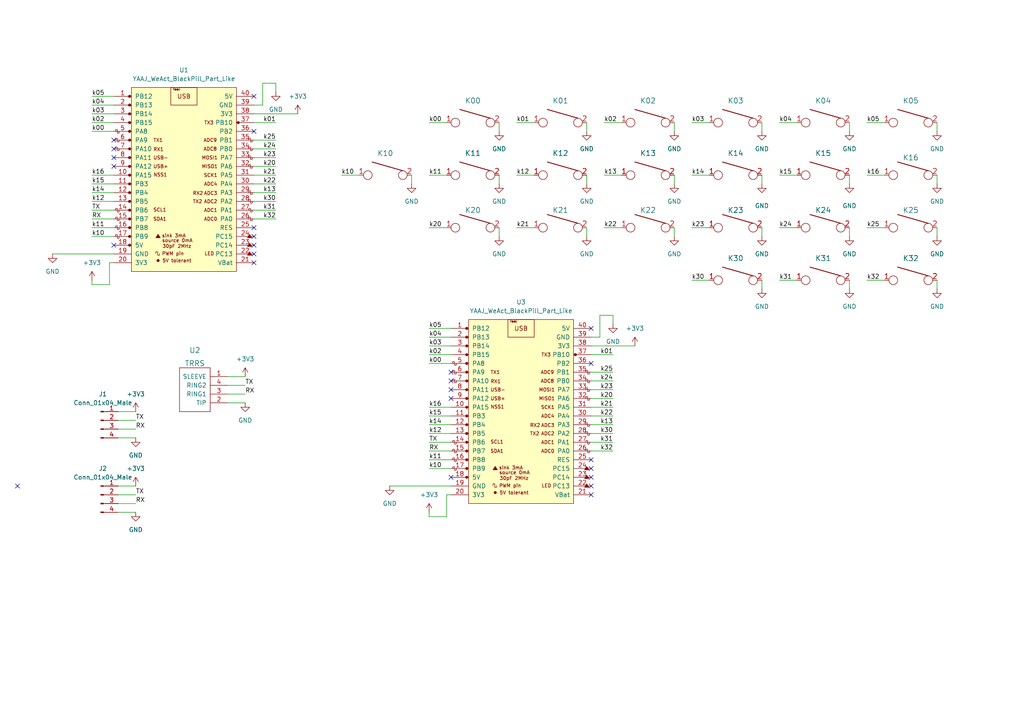
<source format=kicad_sch>
(kicad_sch (version 20211123) (generator eeschema)
  (paper "A4")
  (lib_symbols
    (symbol "Connector:Conn_01x04_Male" (pin_names (offset 1.016) hide)
      (property "Reference" "J" (at 0 5.08 0))
      (property "Value" "Conn_01x04_Male" (at 0 -7.62 0))
      (symbol "Conn_01x04_Male_1_1"
        (polyline (pts (xy 1.27 -5.08) (xy 0.8636 -5.08)) (stroke (width 0.1524)))
        (polyline (pts (xy 1.27 -2.54) (xy 0.8636 -2.54)) (stroke (width 0.1524)))
        (polyline (pts (xy 1.27 0) (xy 0.8636 0)) (stroke (width 0.1524)))
        (polyline (pts (xy 1.27 2.54) (xy 0.8636 2.54)) (stroke (width 0.1524)))
        (rectangle (start 0.8636 -4.953) (end 0 -5.207) (stroke (width 0.1524)) (fill (type outline)))
        (rectangle (start 0.8636 -2.413) (end 0 -2.667) (stroke (width 0.1524)) (fill (type outline)))
        (rectangle (start 0.8636 0.127) (end 0 -0.127) (stroke (width 0.1524)) (fill (type outline)))
        (rectangle (start 0.8636 2.667) (end 0 2.413) (stroke (width 0.1524)) (fill (type outline)))
        (pin passive line (at 5.08 2.54 180) (length 3.81) (name "Pin_1") (number "1"))
        (pin passive line (at 5.08 0 180) (length 3.81) (name "Pin_2") (number "2"))
        (pin passive line (at 5.08 -2.54 180) (length 3.81) (name "Pin_3") (number "3"))
        (pin passive line (at 5.08 -5.08 180) (length 3.81) (name "Pin_4") (number "4"))
      )
    )
    (symbol "YAAJ_WeAct_BlackPill_Part_Like:YAAJ_WeAct_BlackPill_Part_Like" (pin_names (offset 1.016))
      (property "Reference" "U" (at -12.7 27.94 0))
      (property "Value" "YAAJ_WeAct_BlackPill_Part_Like" (at 0 2.54 90))
      (symbol "YAAJ_WeAct_BlackPill_Part_Like_0_0"
        (circle (center -15.748 -20.32) (radius 0.3556) (fill (type outline)))
        (circle (center -15.748 -17.78) (radius 0.3556) (fill (type outline)))
        (circle (center -15.748 -15.24) (radius 0.3556) (fill (type outline)))
        (circle (center -15.748 -12.7) (radius 0.3556) (fill (type outline)))
        (circle (center -15.748 -10.16) (radius 0.3556) (fill (type outline)))
        (circle (center -15.748 -7.62) (radius 0.3556) (fill (type outline)))
        (circle (center -15.748 -5.08) (radius 0.3556) (fill (type outline)))
        (circle (center -15.748 -2.54) (radius 0.3556) (fill (type outline)))
        (circle (center -15.748 0) (radius 0.3556) (fill (type outline)))
        (circle (center -15.748 2.54) (radius 0.3556) (fill (type outline)))
        (circle (center -15.748 5.08) (radius 0.3556) (fill (type outline)))
        (circle (center -15.748 7.62) (radius 0.3556) (fill (type outline)))
        (circle (center -15.748 10.16) (radius 0.3556) (fill (type outline)))
        (circle (center -15.748 12.7) (radius 0.3556) (fill (type outline)))
        (circle (center -15.748 15.24) (radius 0.3556) (fill (type outline)))
        (circle (center -15.748 17.78) (radius 0.3556) (fill (type outline)))
        (circle (center -15.748 22.86) (radius 0.3556) (fill (type outline)))
        (circle (center -7.493 -24.765) (radius 0.127) (fill (type outline)))
        (circle (center -7.493 -24.765) (radius 0.254))
        (circle (center -7.493 -24.765) (radius 0.3556))
        (polyline (pts (xy -8.128 -18.161) (xy -7.493 -17.145) (xy -6.858 -18.161) (xy -8.128 -18.161) (xy -7.493 -17.272) (xy -6.985 -18.161) (xy -8.001 -18.034) (xy -7.493 -17.399) (xy -7.112 -18.161) (xy -7.874 -17.907) (xy -7.366 -17.526) (xy -7.239 -18.161) (xy -7.747 -17.78) (xy -7.239 -17.653) (xy -7.366 -18.034) (xy -7.62 -17.78) (xy -7.366 -17.907) (xy -7.493 -17.653)))
        (polyline (pts (xy 18.415 -23.241) (xy 19.05 -22.225) (xy 19.685 -23.241) (xy 18.415 -23.241) (xy 19.05 -22.352) (xy 19.558 -23.241) (xy 18.542 -23.114) (xy 19.05 -22.479) (xy 19.431 -23.241) (xy 18.669 -22.987) (xy 19.177 -22.606) (xy 19.304 -23.241) (xy 18.796 -22.86) (xy 19.304 -22.733) (xy 19.177 -23.114) (xy 18.923 -22.86) (xy 19.177 -22.987) (xy 19.05 -22.733)))
        (polyline (pts (xy 18.415 -20.701) (xy 19.05 -19.685) (xy 19.685 -20.701) (xy 18.415 -20.701) (xy 19.05 -19.812) (xy 19.558 -20.701) (xy 18.542 -20.574) (xy 19.05 -19.939) (xy 19.431 -20.701) (xy 18.669 -20.447) (xy 19.177 -20.066) (xy 19.304 -20.701) (xy 18.796 -20.32) (xy 19.304 -20.193) (xy 19.177 -20.574) (xy 18.923 -20.32) (xy 19.177 -20.447) (xy 19.05 -20.193)))
        (polyline (pts (xy 18.415 -18.161) (xy 19.05 -17.145) (xy 19.685 -18.161) (xy 18.415 -18.161) (xy 19.05 -17.272) (xy 19.558 -18.161) (xy 18.542 -18.034) (xy 19.05 -17.399) (xy 19.431 -18.161) (xy 18.669 -17.907) (xy 19.177 -17.526) (xy 19.304 -18.161) (xy 18.796 -17.78) (xy 19.304 -17.653) (xy 19.177 -18.034) (xy 18.923 -17.78) (xy 19.177 -17.907) (xy 19.05 -17.653)))
        (circle (center 15.748 15.24) (radius 0.254) (fill (type outline)))
        (circle (center 15.748 15.24) (radius 0.3556))
        (text "30pF 2MHz" (at -2.032 -20.574 0) (effects (font (size 0.9906 0.9906))))
        (text "5V tolerant" (at -2.032 -24.765 0) (effects (font (size 0.9906 0.9906))))
        (text "ADC0" (at 7.747 -12.7 0) (effects (font (size 0.9906 0.9906))))
        (text "ADC1" (at 7.747 -10.16 0) (effects (font (size 0.9906 0.9906))))
        (text "ADC2" (at 7.747 -7.62 0) (effects (font (size 0.9906 0.9906))))
        (text "ADC3" (at 7.747 -5.207 0) (effects (font (size 0.9906 0.9906))))
        (text "ADC4" (at 7.747 -2.54 0) (effects (font (size 0.9906 0.9906))))
        (text "ADC8" (at 7.62 7.62 0) (effects (font (size 0.9906 0.9906))))
        (text "ADC9" (at 7.62 10.16 0) (effects (font (size 0.9906 0.9906))))
        (text "LED" (at 7.366 -22.733 0) (effects (font (size 0.9906 0.9906))))
        (text "MISO1" (at 7.493 2.54 0) (effects (font (size 0.9906 0.9906))))
        (text "MOSI1" (at 7.493 5.08 0) (effects (font (size 0.9906 0.9906))))
        (text "NSS1" (at -6.858 0.127 0) (effects (font (size 0.9906 0.9906))))
        (text "PWM pin" (at -3.175 -22.733 0) (effects (font (size 0.9906 0.9906))))
        (text "RX1" (at -7.366 7.493 0) (effects (font (size 0.9906 0.9906))))
        (text "RX2" (at 4.064 -5.207 0) (effects (font (size 0.9906 0.9906))))
        (text "SCK1" (at 7.747 0 0) (effects (font (size 0.9906 0.9906))))
        (text "SCL1" (at -6.985 -10.033 0) (effects (font (size 0.9906 0.9906))))
        (text "SDA1" (at -6.985 -12.7 0) (effects (font (size 0.9906 0.9906))))
        (text "sink 3mA" (at -2.921 -17.526 0) (effects (font (size 0.9906 0.9906))))
        (text "source 0mA" (at -1.905 -18.923 0) (effects (font (size 0.9906 0.9906))))
        (text "TX1" (at -7.493 10.16 0) (effects (font (size 0.9906 0.9906))))
        (text "TX2" (at 3.937 -7.62 0) (effects (font (size 0.9906 0.9906))))
        (text "TX3" (at 7.239 15.24 0) (effects (font (size 0.9906 0.9906))))
        (text "USB" (at 0 22.86 0) (effects (font (size 1.27 1.27))))
        (text "USB+" (at -6.731 2.54 0) (effects (font (size 0.9906 0.9906))))
        (text "USB-" (at -6.731 5.08 0) (effects (font (size 0.9906 0.9906))))
        (text "Y@@J" (at -2.159 24.892 0) (effects (font (size 0.508 0.508))))
      )
      (symbol "YAAJ_WeAct_BlackPill_Part_Like_0_1"
        (rectangle (start -15.24 25.4) (end 15.24 -27.94) (fill (type background)))
        (polyline (pts (xy -18.796 -17.78) (xy -18.796 -18.288) (xy -19.304 -18.288) (xy -19.304 -17.272) (xy -19.812 -17.272) (xy -19.812 -17.78)))
        (polyline (pts (xy -18.796 -15.24) (xy -18.796 -15.748) (xy -19.304 -15.748) (xy -19.304 -14.732) (xy -19.812 -14.732) (xy -19.812 -15.24)))
        (polyline (pts (xy -18.796 -12.7) (xy -18.796 -13.208) (xy -19.304 -13.208) (xy -19.304 -12.192) (xy -19.812 -12.192) (xy -19.812 -12.7)))
        (polyline (pts (xy -18.796 -10.16) (xy -18.796 -10.668) (xy -19.304 -10.668) (xy -19.304 -9.652) (xy -19.812 -9.652) (xy -19.812 -10.16)))
        (polyline (pts (xy -18.796 7.62) (xy -18.796 7.112) (xy -19.304 7.112) (xy -19.304 8.128) (xy -19.812 8.128) (xy -19.812 7.62)))
        (polyline (pts (xy -18.796 10.16) (xy -18.796 9.652) (xy -19.304 9.652) (xy -19.304 10.668) (xy -19.812 10.668) (xy -19.812 10.16)))
        (polyline (pts (xy -18.796 12.7) (xy -18.796 12.192) (xy -19.304 12.192) (xy -19.304 13.208) (xy -19.812 13.208) (xy -19.812 12.7)))
        (polyline (pts (xy -7.112 -22.733) (xy -7.112 -23.241) (xy -7.62 -23.241) (xy -7.62 -22.225) (xy -8.128 -22.225) (xy -8.128 -22.733)))
        (polyline (pts (xy 19.812 -12.7) (xy 19.812 -13.208) (xy 19.304 -13.208) (xy 19.304 -12.192) (xy 18.796 -12.192) (xy 18.796 -12.7)))
        (polyline (pts (xy 19.812 -10.16) (xy 19.812 -10.668) (xy 19.304 -10.668) (xy 19.304 -9.652) (xy 18.796 -9.652) (xy 18.796 -10.16)))
        (polyline (pts (xy 19.812 -7.62) (xy 19.812 -8.128) (xy 19.304 -8.128) (xy 19.304 -7.112) (xy 18.796 -7.112) (xy 18.796 -7.62)))
        (polyline (pts (xy 19.812 -5.08) (xy 19.812 -5.588) (xy 19.304 -5.588) (xy 19.304 -4.572) (xy 18.796 -4.572) (xy 18.796 -5.08)))
        (polyline (pts (xy 19.812 2.54) (xy 19.812 2.032) (xy 19.304 2.032) (xy 19.304 3.048) (xy 18.796 3.048) (xy 18.796 2.54)))
        (polyline (pts (xy 19.812 5.08) (xy 19.812 4.572) (xy 19.304 4.572) (xy 19.304 5.588) (xy 18.796 5.588) (xy 18.796 5.08)))
        (polyline (pts (xy 19.812 7.62) (xy 19.812 7.112) (xy 19.304 7.112) (xy 19.304 8.128) (xy 18.796 8.128) (xy 18.796 7.62)))
        (polyline (pts (xy 19.812 10.16) (xy 19.812 9.652) (xy 19.304 9.652) (xy 19.304 10.668) (xy 18.796 10.668) (xy 18.796 10.16)))
        (rectangle (start 3.81 25.4) (end -3.81 20.32))
      )
      (symbol "YAAJ_WeAct_BlackPill_Part_Like_1_1"
        (circle (center -15.748 20.32) (radius 0.3556) (fill (type outline)))
        (pin bidirectional line (at -20.32 22.86 0) (length 5.08) (name "PB12") (number "1"))
        (pin bidirectional line (at -20.32 0 0) (length 5.08) (name "PA15") (number "10"))
        (pin bidirectional line (at -20.32 -2.54 0) (length 5.08) (name "PB3") (number "11"))
        (pin bidirectional line (at -20.32 -5.08 0) (length 5.08) (name "PB4") (number "12"))
        (pin bidirectional line (at -20.32 -7.62 0) (length 5.08) (name "PB5") (number "13"))
        (pin bidirectional line (at -20.32 -10.16 0) (length 5.08) (name "PB6") (number "14"))
        (pin bidirectional line (at -20.32 -12.7 0) (length 5.08) (name "PB7") (number "15"))
        (pin bidirectional line (at -20.32 -15.24 0) (length 5.08) (name "PB8") (number "16"))
        (pin bidirectional line (at -20.32 -17.78 0) (length 5.08) (name "PB9") (number "17"))
        (pin power_in line (at -20.32 -20.32 0) (length 5.08) (name "5V") (number "18"))
        (pin power_in line (at -20.32 -22.86 0) (length 5.08) (name "GND") (number "19"))
        (pin bidirectional line (at -20.32 20.32 0) (length 5.08) (name "PB13") (number "2"))
        (pin power_in line (at -20.32 -25.4 0) (length 5.08) (name "3V3") (number "20"))
        (pin power_in line (at 20.32 -25.4 180) (length 5.08) (name "VBat") (number "21"))
        (pin bidirectional line (at 20.32 -22.86 180) (length 5.08) (name "PC13") (number "22"))
        (pin bidirectional line (at 20.32 -20.32 180) (length 5.08) (name "PC14") (number "23"))
        (pin bidirectional line (at 20.32 -17.78 180) (length 5.08) (name "PC15") (number "24"))
        (pin input line (at 20.32 -15.24 180) (length 5.08) (name "RES") (number "25"))
        (pin bidirectional line (at 20.32 -12.7 180) (length 5.08) (name "PA0") (number "26"))
        (pin bidirectional line (at 20.32 -10.16 180) (length 5.08) (name "PA1") (number "27"))
        (pin bidirectional line (at 20.32 -7.62 180) (length 5.08) (name "PA2") (number "28"))
        (pin bidirectional line (at 20.32 -5.08 180) (length 5.08) (name "PA3") (number "29"))
        (pin bidirectional line (at -20.32 17.78 0) (length 5.08) (name "PB14") (number "3"))
        (pin bidirectional line (at 20.32 -2.54 180) (length 5.08) (name "PA4") (number "30"))
        (pin bidirectional line (at 20.32 0 180) (length 5.08) (name "PA5") (number "31"))
        (pin bidirectional line (at 20.32 2.54 180) (length 5.08) (name "PA6") (number "32"))
        (pin bidirectional line (at 20.32 5.08 180) (length 5.08) (name "PA7") (number "33"))
        (pin bidirectional line (at 20.32 7.62 180) (length 5.08) (name "PB0") (number "34"))
        (pin bidirectional line (at 20.32 10.16 180) (length 5.08) (name "PB1") (number "35"))
        (pin bidirectional line (at 20.32 12.7 180) (length 5.08) (name "PB2") (number "36"))
        (pin bidirectional line (at 20.32 15.24 180) (length 5.08) (name "PB10") (number "37"))
        (pin power_in line (at 20.32 17.78 180) (length 5.08) (name "3V3") (number "38"))
        (pin power_in line (at 20.32 20.32 180) (length 5.08) (name "GND") (number "39"))
        (pin bidirectional line (at -20.32 15.24 0) (length 5.08) (name "PB15") (number "4"))
        (pin power_in line (at 20.32 22.86 180) (length 5.08) (name "5V") (number "40"))
        (pin bidirectional line (at -20.32 12.7 0) (length 5.08) (name "PA8") (number "5"))
        (pin bidirectional line (at -20.32 10.16 0) (length 5.08) (name "PA9") (number "6"))
        (pin bidirectional line (at -20.32 7.62 0) (length 5.08) (name "PA10") (number "7"))
        (pin bidirectional line (at -20.32 5.08 0) (length 5.08) (name "PA11") (number "8"))
        (pin bidirectional line (at -20.32 2.54 0) (length 5.08) (name "PA12") (number "9"))
      )
    )
    (symbol "keebio:TRRS" (pin_names (offset 1.016))
      (property "Reference" "U" (at 0 15.24 0))
      (property "Value" "TRRS" (at 0 -2.54 0))
      (symbol "TRRS_0_1"
        (rectangle (start -3.81 0) (end -3.81 12.7))
        (rectangle (start -3.81 12.7) (end 5.08 12.7))
        (rectangle (start 5.08 0) (end -3.81 0))
        (rectangle (start 5.08 12.7) (end 5.08 0))
      )
      (symbol "TRRS_1_1"
        (pin input line (at -8.89 2.54 0) (length 5.08) (name "SLEEVE") (number "1"))
        (pin input line (at -8.89 10.16 0) (length 5.08) (name "TIP") (number "2"))
        (pin input line (at -8.89 7.62 0) (length 5.08) (name "RING1") (number "3"))
        (pin input line (at -8.89 5.08 0) (length 5.08) (name "RING2") (number "4"))
      )
    )
    (symbol "keyboard_parts:KEYSW" (pin_names (offset 1.016))
      (property "Reference" "K?" (at -1.27 0 0))
      (symbol "KEYSW_0_1"
        (circle (center -5.08 0) (radius 1.27))
        (polyline (pts (xy -5.08 1.27) (xy 3.81 3.81)) (stroke (width 0.254)))
        (circle (center 5.08 0) (radius 1.27))
      )
      (symbol "KEYSW_1_1"
        (pin passive line (at 7.62 0 180) (length 1.27) (name "~") (number "1"))
        (pin passive line (at -7.62 0 0) (length 1.27) (name "~") (number "2"))
      )
    )
    (symbol "power:+3V3" (power) (pin_names (offset 0))
      (property "Value" "+3V3" (at 0 3.556 0))
      (symbol "+3V3_0_1"
        (polyline (pts (xy -0.762 1.27) (xy 0 2.54)))
        (polyline (pts (xy 0 0) (xy 0 2.54)))
        (polyline (pts (xy 0 2.54) (xy 0.762 1.27)))
      )
      (symbol "+3V3_1_1"
        (pin power_in line (at 0 0 90) (length 0) hide (name "+3V3") (number "1"))
      )
    )
    (symbol "power:GND" (power) (pin_names (offset 0))
      (property "Value" "GND" (at 0 -3.81 0))
      (symbol "GND_0_1"
        (polyline (pts (xy 0 0) (xy 0 -1.27) (xy 1.27 -1.27) (xy 0 -2.54) (xy -1.27 -1.27) (xy 0 -1.27)))
      )
      (symbol "GND_1_1"
        (pin power_in line (at 0 0 270) (length 0) hide (name "GND") (number "1"))
      )
    )
  )
  (no_connect (at 130.81 110.49))
  (no_connect (at 130.81 107.95))
  (no_connect (at 130.81 113.03))
  (no_connect (at 130.81 138.43))
  (no_connect (at 171.45 143.51))
  (no_connect (at 73.66 68.58))
  (no_connect (at 73.66 73.66))
  (no_connect (at 73.66 71.12))
  (no_connect (at 171.45 138.43))
  (no_connect (at 33.02 43.18))
  (no_connect (at 73.66 38.1))
  (no_connect (at 73.66 27.94))
  (no_connect (at 73.66 66.04))
  (no_connect (at 5.08 140.97))
  (no_connect (at 130.81 115.57))
  (no_connect (at 171.45 133.35))
  (no_connect (at 171.45 105.41))
  (no_connect (at 33.02 48.26))
  (no_connect (at 171.45 95.25))
  (no_connect (at 33.02 40.64))
  (no_connect (at 171.45 135.89))
  (no_connect (at 33.02 45.72))
  (no_connect (at 73.66 76.2))
  (no_connect (at 171.45 140.97))
  (no_connect (at 33.02 71.12))
  (wire (pts (xy 124.46 97.79) (xy 130.81 97.79)))
  (wire (pts (xy 124.46 123.19) (xy 130.81 123.19)))
  (wire (pts (xy 66.04 116.84) (xy 71.12 116.84)))
  (wire (pts (xy 73.66 63.5) (xy 80.01 63.5)))
  (wire (pts (xy 34.29 140.97) (xy 39.37 140.97)))
  (wire (pts (xy 99.06 50.8) (xy 104.14 50.8)))
  (wire (pts (xy 220.98 53.34) (xy 220.98 50.8)))
  (wire (pts (xy 171.45 100.33) (xy 184.15 100.33)))
  (wire (pts (xy 226.06 50.8) (xy 231.14 50.8)))
  (wire (pts (xy 15.24 73.66) (xy 33.02 73.66)))
  (wire (pts (xy 124.46 118.11) (xy 130.81 118.11)))
  (wire (pts (xy 124.46 100.33) (xy 130.81 100.33)))
  (wire (pts (xy 26.67 60.96) (xy 33.02 60.96)))
  (wire (pts (xy 171.45 107.95) (xy 177.8 107.95)))
  (wire (pts (xy 26.67 55.88) (xy 33.02 55.88)))
  (wire (pts (xy 129.54 143.51) (xy 130.81 143.51)))
  (wire (pts (xy 271.78 38.1) (xy 271.78 35.56)))
  (wire (pts (xy 119.38 53.34) (xy 119.38 50.8)))
  (wire (pts (xy 124.46 125.73) (xy 130.81 125.73)))
  (wire (pts (xy 251.46 50.8) (xy 256.54 50.8)))
  (wire (pts (xy 149.86 50.8) (xy 154.94 50.8)))
  (wire (pts (xy 271.78 53.34) (xy 271.78 50.8)))
  (wire (pts (xy 73.66 45.72) (xy 80.01 45.72)))
  (wire (pts (xy 171.45 97.79) (xy 173.99 97.79)))
  (wire (pts (xy 73.66 35.56) (xy 80.01 35.56)))
  (wire (pts (xy 124.46 133.35) (xy 130.81 133.35)))
  (wire (pts (xy 124.46 128.27) (xy 130.81 128.27)))
  (wire (pts (xy 73.66 48.26) (xy 80.01 48.26)))
  (wire (pts (xy 66.04 114.3) (xy 71.12 114.3)))
  (wire (pts (xy 34.29 121.92) (xy 39.37 121.92)))
  (wire (pts (xy 26.67 81.28) (xy 26.67 82.55)))
  (wire (pts (xy 171.45 120.65) (xy 177.8 120.65)))
  (wire (pts (xy 124.46 135.89) (xy 130.81 135.89)))
  (wire (pts (xy 73.66 43.18) (xy 80.01 43.18)))
  (wire (pts (xy 171.45 130.81) (xy 177.8 130.81)))
  (wire (pts (xy 124.46 35.56) (xy 129.54 35.56)))
  (wire (pts (xy 175.26 66.04) (xy 180.34 66.04)))
  (wire (pts (xy 200.66 81.28) (xy 205.74 81.28)))
  (wire (pts (xy 246.38 53.34) (xy 246.38 50.8)))
  (wire (pts (xy 73.66 33.02) (xy 86.36 33.02)))
  (wire (pts (xy 170.18 53.34) (xy 170.18 50.8)))
  (wire (pts (xy 124.46 148.59) (xy 124.46 149.86)))
  (wire (pts (xy 220.98 68.58) (xy 220.98 66.04)))
  (wire (pts (xy 144.78 53.34) (xy 144.78 50.8)))
  (wire (pts (xy 124.46 102.87) (xy 130.81 102.87)))
  (wire (pts (xy 175.26 35.56) (xy 180.34 35.56)))
  (wire (pts (xy 200.66 66.04) (xy 205.74 66.04)))
  (wire (pts (xy 171.45 102.87) (xy 177.8 102.87)))
  (wire (pts (xy 246.38 83.82) (xy 246.38 81.28)))
  (wire (pts (xy 73.66 60.96) (xy 80.01 60.96)))
  (wire (pts (xy 34.29 146.05) (xy 39.37 146.05)))
  (wire (pts (xy 80.01 55.88) (xy 73.66 55.88)))
  (wire (pts (xy 171.45 110.49) (xy 177.8 110.49)))
  (wire (pts (xy 33.02 38.1) (xy 26.67 38.1)))
  (wire (pts (xy 171.45 118.11) (xy 177.8 118.11)))
  (wire (pts (xy 26.67 30.48) (xy 33.02 30.48)))
  (wire (pts (xy 73.66 40.64) (xy 80.01 40.64)))
  (wire (pts (xy 220.98 83.82) (xy 220.98 81.28)))
  (wire (pts (xy 246.38 38.1) (xy 246.38 35.56)))
  (wire (pts (xy 26.67 53.34) (xy 33.02 53.34)))
  (wire (pts (xy 271.78 83.82) (xy 271.78 81.28)))
  (wire (pts (xy 76.2 24.13) (xy 80.01 24.13)))
  (wire (pts (xy 73.66 30.48) (xy 76.2 30.48)))
  (wire (pts (xy 26.67 68.58) (xy 33.02 68.58)))
  (wire (pts (xy 34.29 148.59) (xy 39.37 148.59)))
  (wire (pts (xy 149.86 66.04) (xy 154.94 66.04)))
  (wire (pts (xy 195.58 53.34) (xy 195.58 50.8)))
  (wire (pts (xy 26.67 58.42) (xy 33.02 58.42)))
  (wire (pts (xy 124.46 50.8) (xy 129.54 50.8)))
  (wire (pts (xy 34.29 127) (xy 39.37 127)))
  (wire (pts (xy 195.58 68.58) (xy 195.58 66.04)))
  (wire (pts (xy 34.29 124.46) (xy 39.37 124.46)))
  (wire (pts (xy 177.8 123.19) (xy 171.45 123.19)))
  (wire (pts (xy 173.99 91.44) (xy 177.8 91.44)))
  (wire (pts (xy 170.18 68.58) (xy 170.18 66.04)))
  (wire (pts (xy 144.78 38.1) (xy 144.78 35.56)))
  (wire (pts (xy 171.45 115.57) (xy 177.8 115.57)))
  (wire (pts (xy 26.67 50.8) (xy 33.02 50.8)))
  (wire (pts (xy 76.2 30.48) (xy 76.2 24.13)))
  (wire (pts (xy 170.18 38.1) (xy 170.18 35.56)))
  (wire (pts (xy 73.66 50.8) (xy 80.01 50.8)))
  (wire (pts (xy 34.29 119.38) (xy 39.37 119.38)))
  (wire (pts (xy 124.46 149.86) (xy 129.54 149.86)))
  (wire (pts (xy 251.46 35.56) (xy 256.54 35.56)))
  (wire (pts (xy 26.67 82.55) (xy 31.75 82.55)))
  (wire (pts (xy 66.04 109.22) (xy 71.12 109.22)))
  (wire (pts (xy 129.54 149.86) (xy 129.54 143.51)))
  (wire (pts (xy 226.06 81.28) (xy 231.14 81.28)))
  (wire (pts (xy 124.46 130.81) (xy 130.81 130.81)))
  (wire (pts (xy 26.67 27.94) (xy 33.02 27.94)))
  (wire (pts (xy 149.86 35.56) (xy 154.94 35.56)))
  (wire (pts (xy 200.66 35.56) (xy 205.74 35.56)))
  (wire (pts (xy 124.46 95.25) (xy 130.81 95.25)))
  (wire (pts (xy 200.66 50.8) (xy 205.74 50.8)))
  (wire (pts (xy 251.46 81.28) (xy 256.54 81.28)))
  (wire (pts (xy 130.81 105.41) (xy 124.46 105.41)))
  (wire (pts (xy 26.67 63.5) (xy 33.02 63.5)))
  (wire (pts (xy 26.67 33.02) (xy 33.02 33.02)))
  (wire (pts (xy 271.78 68.58) (xy 271.78 66.04)))
  (wire (pts (xy 177.8 91.44) (xy 177.8 93.98)))
  (wire (pts (xy 171.45 113.03) (xy 177.8 113.03)))
  (wire (pts (xy 175.26 50.8) (xy 180.34 50.8)))
  (wire (pts (xy 124.46 120.65) (xy 130.81 120.65)))
  (wire (pts (xy 171.45 128.27) (xy 177.8 128.27)))
  (wire (pts (xy 26.67 66.04) (xy 33.02 66.04)))
  (wire (pts (xy 226.06 35.56) (xy 231.14 35.56)))
  (wire (pts (xy 144.78 68.58) (xy 144.78 66.04)))
  (wire (pts (xy 66.04 111.76) (xy 71.12 111.76)))
  (wire (pts (xy 220.98 38.1) (xy 220.98 35.56)))
  (wire (pts (xy 31.75 82.55) (xy 31.75 76.2)))
  (wire (pts (xy 195.58 38.1) (xy 195.58 35.56)))
  (wire (pts (xy 171.45 125.73) (xy 177.8 125.73)))
  (wire (pts (xy 173.99 97.79) (xy 173.99 91.44)))
  (wire (pts (xy 73.66 58.42) (xy 80.01 58.42)))
  (wire (pts (xy 113.03 140.97) (xy 130.81 140.97)))
  (wire (pts (xy 226.06 66.04) (xy 231.14 66.04)))
  (wire (pts (xy 251.46 66.04) (xy 256.54 66.04)))
  (wire (pts (xy 34.29 143.51) (xy 39.37 143.51)))
  (wire (pts (xy 31.75 76.2) (xy 33.02 76.2)))
  (wire (pts (xy 124.46 66.04) (xy 129.54 66.04)))
  (wire (pts (xy 80.01 24.13) (xy 80.01 26.67)))
  (wire (pts (xy 26.67 35.56) (xy 33.02 35.56)))
  (wire (pts (xy 73.66 53.34) (xy 80.01 53.34)))
  (wire (pts (xy 246.38 68.58) (xy 246.38 66.04)))
  (label "k21" (at 177.8 118.11 180))
  (label "k00" (at 26.67 38.1 0))
  (label "k13" (at 80.01 55.88 180))
  (label "k15" (at 26.67 53.34 0))
  (label "k15" (at 124.46 120.65 0))
  (label "k11" (at 124.46 133.35 0))
  (label "RX" (at 39.37 124.46 0))
  (label "k31" (at 177.8 128.27 180))
  (label "k30" (at 200.66 81.28 0))
  (label "k12" (at 124.46 125.73 0))
  (label "k02" (at 124.46 102.87 0))
  (label "k14" (at 200.66 50.8 0))
  (label "k12" (at 26.67 58.42 0))
  (label "k30" (at 80.01 58.42 180))
  (label "k00" (at 124.46 105.41 0))
  (label "k02" (at 26.67 35.56 0))
  (label "k21" (at 149.86 66.04 0))
  (label "k01" (at 177.8 102.87 180))
  (label "k20" (at 80.01 48.26 180))
  (label "k25" (at 80.01 40.64 180))
  (label "k24" (at 177.8 110.49 180))
  (label "k20" (at 177.8 115.57 180))
  (label "k22" (at 175.26 66.04 0))
  (label "k11" (at 26.67 66.04 0))
  (label "k04" (at 124.46 97.79 0))
  (label "TX" (at 26.67 60.96 0))
  (label "k31" (at 226.06 81.28 0))
  (label "RX" (at 26.67 63.5 0))
  (label "k23" (at 177.8 113.03 180))
  (label "k25" (at 177.8 107.95 180))
  (label "k20" (at 124.46 66.04 0))
  (label "k01" (at 149.86 35.56 0))
  (label "k21" (at 80.01 50.8 180))
  (label "k00" (at 124.46 35.56 0))
  (label "k10" (at 124.46 135.89 0))
  (label "k03" (at 200.66 35.56 0))
  (label "k04" (at 26.67 30.48 0))
  (label "k14" (at 26.67 55.88 0))
  (label "k13" (at 177.8 123.19 180))
  (label "k05" (at 251.46 35.56 0))
  (label "k32" (at 251.46 81.28 0))
  (label "k05" (at 124.46 95.25 0))
  (label "k22" (at 80.01 53.34 180))
  (label "k12" (at 149.86 50.8 0))
  (label "k02" (at 175.26 35.56 0))
  (label "k23" (at 200.66 66.04 0))
  (label "TX" (at 39.37 121.92 0))
  (label "RX" (at 39.37 146.05 0))
  (label "k32" (at 177.8 130.81 180))
  (label "k04" (at 226.06 35.56 0))
  (label "k05" (at 26.67 27.94 0))
  (label "TX" (at 124.46 128.27 0))
  (label "k16" (at 251.46 50.8 0))
  (label "k23" (at 80.01 45.72 180))
  (label "k16" (at 26.67 50.8 0))
  (label "k13" (at 175.26 50.8 0))
  (label "k24" (at 226.06 66.04 0))
  (label "k11" (at 124.46 50.8 0))
  (label "k22" (at 177.8 120.65 180))
  (label "TX" (at 39.37 143.51 0))
  (label "k32" (at 80.01 63.5 180))
  (label "k30" (at 177.8 125.73 180))
  (label "k03" (at 26.67 33.02 0))
  (label "k03" (at 124.46 100.33 0))
  (label "RX" (at 71.12 114.3 0))
  (label "k10" (at 26.67 68.58 0))
  (label "k24" (at 80.01 43.18 180))
  (label "k16" (at 124.46 118.11 0))
  (label "k31" (at 80.01 60.96 180))
  (label "k15" (at 226.06 50.8 0))
  (label "k10" (at 99.06 50.8 0))
  (label "TX" (at 71.12 111.76 0))
  (label "RX" (at 124.46 130.81 0))
  (label "k14" (at 124.46 123.19 0))
  (label "k25" (at 251.46 66.04 0))
  (label "k01" (at 80.01 35.56 180))
  (symbol (lib_id "power:GND") (at 246.38 68.58 0) (unit 1)
    (property "Reference" "#PWR0108" (effects hide))
    (property "Value" "GND" (at 246.38 73.66 0))
  )
  (symbol (lib_id "power:+3V3") (at 184.15 100.33 0) (unit 1)
    (property "Reference" "#PWR0133" (effects hide))
    (property "Value" "+3V3" (at 184.15 95.25 0))
  )
  (symbol (lib_id "power:GND") (at 271.78 83.82 0) (unit 1)
    (property "Reference" "#PWR0112" (effects hide))
    (property "Value" "GND" (at 271.78 88.9 0))
  )
  (symbol (lib_id "power:+3V3") (at 86.36 33.02 0) (unit 1)
    (property "Reference" "#PWR0122" (effects hide))
    (property "Value" "+3V3" (at 86.36 27.94 0))
  )
  (symbol (lib_id "power:+3V3") (at 39.37 140.97 0) (unit 1)
    (property "Reference" "#PWR0131" (effects hide))
    (property "Value" "+3V3" (at 39.37 135.89 0))
  )
  (symbol (lib_id "power:GND") (at 220.98 53.34 0) (unit 1)
    (property "Reference" "#PWR0106" (effects hide))
    (property "Value" "GND" (at 220.98 59.69 0))
  )
  (symbol (lib_id "keyboard_parts:KEYSW") (at 213.36 35.56 0) (mirror y) (unit 1)
    (property "Reference" "K03" (at 213.36 29.21 0) (effects (font (size 1.524 1.524))))
    (property "Value" "KEYSW" (effects hide))
    (property "Footprint" "sat1l:MXOnly-1U-Cutout-LaserMargin-19mm" (effects hide))
  )
  (symbol (lib_id "keyboard_parts:KEYSW") (at 238.76 50.8 0) (mirror y) (unit 1)
    (property "Reference" "K15" (at 238.76 44.45 0) (effects (font (size 1.524 1.524))))
    (property "Value" "KEYSW" (effects hide))
    (property "Footprint" "sat1l:MXOnly-1U-Cutout-LaserMargin-19mm" (effects hide))
  )
  (symbol (lib_id "power:GND") (at 119.38 53.34 0) (unit 1)
    (property "Reference" "#PWR0124" (effects hide))
    (property "Value" "GND" (at 119.38 58.42 0))
  )
  (symbol (lib_id "keyboard_parts:KEYSW") (at 137.16 35.56 0) (mirror y) (unit 1)
    (property "Reference" "K00" (at 137.16 29.21 0) (effects (font (size 1.524 1.524))))
    (property "Value" "KEYSW" (effects hide))
    (property "Footprint" "sat1l:MXOnly-1U-Cutout-LaserMargin-19mm" (effects hide))
  )
  (symbol (lib_id "power:+3V3") (at 124.46 148.59 0) (unit 1)
    (property "Reference" "#PWR0135" (effects hide))
    (property "Value" "+3V3" (at 124.46 143.51 0))
  )
  (symbol (lib_id "power:GND") (at 170.18 53.34 0) (unit 1)
    (property "Reference" "#PWR0119" (effects hide))
    (property "Value" "GND" (at 170.18 58.42 0))
  )
  (symbol (lib_id "power:GND") (at 246.38 53.34 0) (unit 1)
    (property "Reference" "#PWR0114" (effects hide))
    (property "Value" "GND" (at 246.38 59.69 0))
  )
  (symbol (lib_id "power:GND") (at 144.78 38.1 0) (unit 1)
    (property "Reference" "#PWR0116" (effects hide))
    (property "Value" "GND" (at 144.78 43.18 0))
  )
  (symbol (lib_id "power:GND") (at 144.78 53.34 0) (unit 1)
    (property "Reference" "#PWR0117" (effects hide))
    (property "Value" "GND" (at 144.78 58.42 0))
  )
  (symbol (lib_id "keyboard_parts:KEYSW") (at 264.16 66.04 0) (mirror y) (unit 1)
    (property "Reference" "K25" (at 264.16 60.96 0) (effects (font (size 1.524 1.524))))
    (property "Value" "KEYSW" (effects hide))
    (property "Footprint" "sat1l:MXOnly-1U-Cutout-LaserMargin-19mm" (effects hide))
  )
  (symbol (lib_id "power:GND") (at 195.58 53.34 0) (unit 1)
    (property "Reference" "#PWR0102" (effects hide))
    (property "Value" "GND" (at 195.58 58.42 0))
  )
  (symbol (lib_id "keyboard_parts:KEYSW") (at 162.56 35.56 0) (mirror y) (unit 1)
    (property "Reference" "K01" (at 162.56 29.21 0) (effects (font (size 1.524 1.524))))
    (property "Value" "KEYSW" (effects hide))
    (property "Footprint" "sat1l:MXOnly-1U-Cutout-LaserMargin-19mm" (effects hide))
  )
  (symbol (lib_id "power:GND") (at 246.38 83.82 0) (unit 1)
    (property "Reference" "#PWR0110" (effects hide))
    (property "Value" "GND" (at 246.38 88.9 0))
  )
  (symbol (lib_id "keyboard_parts:KEYSW") (at 238.76 35.56 0) (mirror y) (unit 1)
    (property "Reference" "K04" (at 238.76 29.21 0) (effects (font (size 1.524 1.524))))
    (property "Value" "KEYSW" (effects hide))
    (property "Footprint" "sat1l:MXOnly-1U-Cutout-LaserMargin-19mm" (effects hide))
  )
  (symbol (lib_id "keyboard_parts:KEYSW") (at 162.56 66.04 0) (mirror y) (unit 1)
    (property "Reference" "K21" (at 162.56 60.96 0) (effects (font (size 1.524 1.524))))
    (property "Value" "KEYSW" (effects hide))
    (property "Footprint" "sat1l:MXOnly-1U-Cutout-LaserMargin-19mm" (effects hide))
  )
  (symbol (lib_id "keyboard_parts:KEYSW") (at 264.16 35.56 0) (mirror y) (unit 1)
    (property "Reference" "K05" (at 264.16 29.21 0) (effects (font (size 1.524 1.524))))
    (property "Value" "KEYSW" (effects hide))
    (property "Footprint" "sat1l:MXOnly-1U-Cutout-LaserMargin-19mm" (effects hide))
  )
  (symbol (lib_id "power:+3V3") (at 71.12 109.22 0) (unit 1)
    (property "Reference" "#PWR0128" (effects hide))
    (property "Value" "+3V3" (at 71.12 104.14 0))
  )
  (symbol (lib_id "keyboard_parts:KEYSW") (at 162.56 50.8 0) (mirror y) (unit 1)
    (property "Reference" "K12" (at 162.56 44.45 0) (effects (font (size 1.524 1.524))))
    (property "Value" "KEYSW" (effects hide))
    (property "Footprint" "sat1l:MXOnly-1U-Cutout-LaserMargin-19mm" (effects hide))
  )
  (symbol (lib_id "power:GND") (at 220.98 38.1 0) (unit 1)
    (property "Reference" "#PWR0107" (effects hide))
    (property "Value" "GND" (at 220.98 43.18 0))
  )
  (symbol (lib_id "power:GND") (at 220.98 83.82 0) (unit 1)
    (property "Reference" "#PWR0104" (effects hide))
    (property "Value" "GND" (at 220.98 88.9 0))
  )
  (symbol (lib_id "power:GND") (at 113.03 140.97 0) (unit 1)
    (property "Reference" "#PWR0136" (effects hide))
    (property "Value" "GND" (at 113.03 146.05 0))
  )
  (symbol (lib_id "power:GND") (at 271.78 68.58 0) (unit 1)
    (property "Reference" "#PWR0111" (effects hide))
    (property "Value" "GND" (at 271.78 73.66 0))
  )
  (symbol (lib_id "power:GND") (at 39.37 127 0) (unit 1)
    (property "Reference" "#PWR0129" (effects hide))
    (property "Value" "GND" (at 39.37 132.08 0))
  )
  (symbol (lib_id "keyboard_parts:KEYSW") (at 264.16 81.28 0) (mirror y) (unit 1)
    (property "Reference" "K32" (at 264.16 74.93 0) (effects (font (size 1.524 1.524))))
    (property "Value" "KEYSW" (effects hide))
    (property "Footprint" "sat1l:MXOnly-1.5U-Cutout-LaserMargin-19mm" (effects hide))
  )
  (symbol (lib_id "YAAJ_WeAct_BlackPill_Part_Like:YAAJ_WeAct_BlackPill_Part_Like") (at 53.34 50.8 0) (unit 1)
    (property "Reference" "U1" (at 53.34 20.32 0))
    (property "Value" "YAAJ_WeAct_BlackPill_Part_Like" (at 53.34 22.86 0))
    (property "Footprint" "sat1l:Blackpill-flippy-A" (effects hide))
  )
  (symbol (lib_id "keyboard_parts:KEYSW") (at 187.96 50.8 0) (mirror y) (unit 1)
    (property "Reference" "K13" (at 187.96 44.45 0) (effects (font (size 1.524 1.524))))
    (property "Value" "KEYSW" (effects hide))
    (property "Footprint" "sat1l:MXOnly-1U-Cutout-LaserMargin-19mm" (effects hide))
  )
  (symbol (lib_id "power:GND") (at 195.58 38.1 0) (unit 1)
    (property "Reference" "#PWR0101" (effects hide))
    (property "Value" "GND" (at 195.58 43.18 0))
  )
  (symbol (lib_id "power:GND") (at 144.78 68.58 0) (unit 1)
    (property "Reference" "#PWR0120" (effects hide))
    (property "Value" "GND" (at 144.78 73.66 0))
  )
  (symbol (lib_id "power:GND") (at 177.8 93.98 0) (unit 1)
    (property "Reference" "#PWR0134" (effects hide))
    (property "Value" "GND" (at 177.8 99.06 0))
  )
  (symbol (lib_id "keyboard_parts:KEYSW") (at 137.16 50.8 0) (mirror y) (unit 1)
    (property "Reference" "K11" (at 137.16 44.45 0) (effects (font (size 1.524 1.524))))
    (property "Value" "KEYSW" (effects hide))
    (property "Footprint" "sat1l:MXOnly-1U-Cutout-LaserMargin-19mm" (effects hide))
  )
  (symbol (lib_id "keyboard_parts:KEYSW") (at 137.16 66.04 0) (mirror y) (unit 1)
    (property "Reference" "K20" (at 137.16 60.96 0) (effects (font (size 1.524 1.524))))
    (property "Value" "KEYSW" (effects hide))
    (property "Footprint" "sat1l:MXOnly-1U-Cutout-LaserMargin-19mm" (effects hide))
  )
  (symbol (lib_id "keyboard_parts:KEYSW") (at 111.76 50.8 0) (mirror y) (unit 1)
    (property "Reference" "K10" (at 111.76 44.45 0) (effects (font (size 1.524 1.524))))
    (property "Value" "KEYSW" (effects hide))
    (property "Footprint" "sat1l:MXOnly-1U-Cutout-LaserMargin-19mm" (effects hide))
  )
  (symbol (lib_id "keyboard_parts:KEYSW") (at 213.36 66.04 0) (mirror y) (unit 1)
    (property "Reference" "K23" (at 213.36 60.96 0) (effects (font (size 1.524 1.524))))
    (property "Value" "KEYSW" (effects hide))
    (property "Footprint" "sat1l:MXOnly-1U-Cutout-LaserMargin-19mm" (effects hide))
  )
  (symbol (lib_id "power:GND") (at 39.37 148.59 0) (unit 1)
    (property "Reference" "#PWR0132" (effects hide))
    (property "Value" "GND" (at 39.37 153.67 0))
  )
  (symbol (lib_id "power:+3V3") (at 26.67 81.28 0) (unit 1)
    (property "Reference" "#PWR0125" (effects hide))
    (property "Value" "+3V3" (at 26.67 76.2 0))
  )
  (symbol (lib_id "power:+3V3") (at 39.37 119.38 0) (unit 1)
    (property "Reference" "#PWR0130" (effects hide))
    (property "Value" "+3V3" (at 39.37 114.3 0))
  )
  (symbol (lib_id "power:GND") (at 15.24 73.66 0) (unit 1)
    (property "Reference" "#PWR0126" (effects hide))
    (property "Value" "GND" (at 15.24 78.74 0))
  )
  (symbol (lib_id "power:GND") (at 195.58 68.58 0) (unit 1)
    (property "Reference" "#PWR0103" (effects hide))
    (property "Value" "GND" (at 195.58 73.66 0))
  )
  (symbol (lib_id "power:GND") (at 80.01 26.67 0) (unit 1)
    (property "Reference" "#PWR0123" (effects hide))
    (property "Value" "GND" (at 80.01 31.75 0))
  )
  (symbol (lib_id "keebio:TRRS") (at 57.15 106.68 180) (unit 1)
    (property "Reference" "U2" (at 56.515 101.6 0) (effects (font (size 1.524 1.524))))
    (property "Value" "TRRS" (at 56.515 105.41 0) (effects (font (size 1.524 1.524))))
    (property "Footprint" "sat1l:TRRS-PJ-320A-Reversible" (effects hide))
  )
  (symbol (lib_id "power:GND") (at 220.98 68.58 0) (unit 1)
    (property "Reference" "#PWR0105" (effects hide))
    (property "Value" "GND" (at 220.98 73.66 0))
  )
  (symbol (lib_id "power:GND") (at 170.18 38.1 0) (unit 1)
    (property "Reference" "#PWR0121" (effects hide))
    (property "Value" "GND" (at 170.18 43.18 0))
  )
  (symbol (lib_id "YAAJ_WeAct_BlackPill_Part_Like:YAAJ_WeAct_BlackPill_Part_Like") (at 151.13 118.11 0) (unit 1)
    (property "Reference" "U3" (at 151.13 87.63 0))
    (property "Value" "YAAJ_WeAct_BlackPill_Part_Like" (at 151.13 90.17 0))
    (property "Footprint" "sat1l:Blackpill-flippy-B" (effects hide))
  )
  (symbol (lib_id "power:GND") (at 246.38 38.1 0) (unit 1)
    (property "Reference" "#PWR0113" (effects hide))
    (property "Value" "GND" (at 246.38 43.18 0))
  )
  (symbol (lib_id "keyboard_parts:KEYSW") (at 238.76 66.04 0) (mirror y) (unit 1)
    (property "Reference" "K24" (at 238.76 60.96 0) (effects (font (size 1.524 1.524))))
    (property "Value" "KEYSW" (effects hide))
    (property "Footprint" "sat1l:MXOnly-1U-Cutout-LaserMargin-19mm" (effects hide))
  )
  (symbol (lib_id "keyboard_parts:KEYSW") (at 213.36 81.28 0) (mirror y) (unit 1)
    (property "Reference" "K30" (at 213.36 74.93 0) (effects (font (size 1.524 1.524))))
    (property "Value" "KEYSW" (effects hide))
    (property "Footprint" "sat1l:MXOnly-1U-Cutout-LaserMargin-19mm" (effects hide))
  )
  (symbol (lib_id "power:GND") (at 271.78 53.34 0) (unit 1)
    (property "Reference" "#PWR0109" (effects hide))
    (property "Value" "GND" (at 271.78 58.42 0))
  )
  (symbol (lib_id "Connector:Conn_01x04_Male") (at 29.21 143.51 0) (unit 1)
    (property "Reference" "J2" (at 29.845 135.89 0))
    (property "Value" "Conn_01x04_Male" (at 29.845 138.43 0))
    (property "Footprint" "sat1l:Conn_01x04_Male_B" (effects hide))
  )
  (symbol (lib_id "keyboard_parts:KEYSW") (at 264.16 50.8 0) (mirror y) (unit 1)
    (property "Reference" "K16" (at 264.16 45.72 0) (effects (font (size 1.524 1.524))))
    (property "Value" "KEYSW" (effects hide))
    (property "Footprint" "sat1l:MXOnly-1U-Cutout-LaserMargin-19mm" (effects hide))
  )
  (symbol (lib_id "keyboard_parts:KEYSW") (at 187.96 35.56 0) (mirror y) (unit 1)
    (property "Reference" "K02" (at 187.96 29.21 0) (effects (font (size 1.524 1.524))))
    (property "Value" "KEYSW" (effects hide))
    (property "Footprint" "sat1l:MXOnly-1U-Cutout-LaserMargin-19mm" (effects hide))
  )
  (symbol (lib_id "power:GND") (at 71.12 116.84 0) (unit 1)
    (property "Reference" "#PWR0127" (effects hide))
    (property "Value" "GND" (at 71.12 121.92 0))
  )
  (symbol (lib_id "power:GND") (at 170.18 68.58 0) (unit 1)
    (property "Reference" "#PWR0118" (effects hide))
    (property "Value" "GND" (at 170.18 73.66 0))
  )
  (symbol (lib_id "keyboard_parts:KEYSW") (at 213.36 50.8 0) (mirror y) (unit 1)
    (property "Reference" "K14" (at 213.36 44.45 0) (effects (font (size 1.524 1.524))))
    (property "Value" "KEYSW" (effects hide))
    (property "Footprint" "sat1l:MXOnly-1U-Cutout-LaserMargin-19mm" (effects hide))
  )
  (symbol (lib_id "power:GND") (at 271.78 38.1 0) (unit 1)
    (property "Reference" "#PWR0115" (effects hide))
    (property "Value" "GND" (at 271.78 43.18 0))
  )
  (symbol (lib_id "keyboard_parts:KEYSW") (at 187.96 66.04 0) (mirror y) (unit 1)
    (property "Reference" "K22" (at 187.96 60.96 0) (effects (font (size 1.524 1.524))))
    (property "Value" "KEYSW" (effects hide))
    (property "Footprint" "sat1l:MXOnly-1U-Cutout-LaserMargin-19mm" (effects hide))
  )
  (symbol (lib_id "Connector:Conn_01x04_Male") (at 29.21 121.92 0) (unit 1)
    (property "Reference" "J1" (at 29.845 114.3 0))
    (property "Value" "Conn_01x04_Male" (at 29.845 116.84 0))
    (property "Footprint" "sat1l:Conn_01x04_Male_A" (effects hide))
  )
  (symbol (lib_id "keyboard_parts:KEYSW") (at 238.76 81.28 0) (mirror y) (unit 1)
    (property "Reference" "K31" (at 238.76 74.93 0) (effects (font (size 1.524 1.524))))
    (property "Value" "KEYSW" (effects hide))
    (property "Footprint" "sat1l:MXOnly-1U-Cutout-LaserMargin-19mm" (effects hide))
  )
)
</source>
